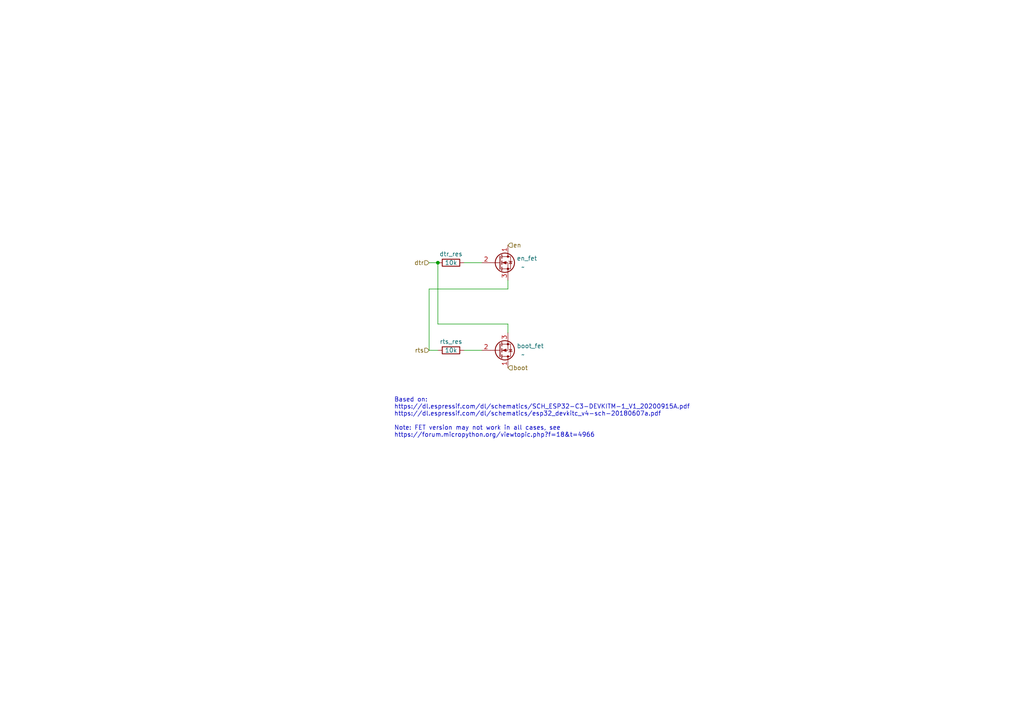
<source format=kicad_sch>
(kicad_sch (version 20211123) (generator eeschema)
  (paper "A4")
  (lib_symbols
    (symbol "Device:Q_NMOS_DGS" (pin_names (offset 0) hide)
      (property "Reference" "Q" (at 5.08 1.27 0))
      (property "Value" "Q_NMOS_DGS" (at 5.08 -1.27 0))
      (symbol "Q_NMOS_DGS_0_1"
        (polyline (pts (xy 0.254 0) (xy -2.54 0)))
        (polyline (pts (xy 0.254 1.905) (xy 0.254 -1.905)) (stroke (width 0.254)))
        (polyline (pts (xy 0.762 -1.27) (xy 0.762 -2.286)) (stroke (width 0.254)))
        (polyline (pts (xy 0.762 0.508) (xy 0.762 -0.508)) (stroke (width 0.254)))
        (polyline (pts (xy 0.762 2.286) (xy 0.762 1.27)) (stroke (width 0.254)))
        (polyline (pts (xy 2.54 2.54) (xy 2.54 1.778)))
        (polyline (pts (xy 2.54 -2.54) (xy 2.54 0) (xy 0.762 0)))
        (polyline (pts (xy 0.762 -1.778) (xy 3.302 -1.778) (xy 3.302 1.778) (xy 0.762 1.778)))
        (polyline (pts (xy 1.016 0) (xy 2.032 0.381) (xy 2.032 -0.381) (xy 1.016 0)) (fill (type outline)))
        (polyline (pts (xy 2.794 0.508) (xy 2.921 0.381) (xy 3.683 0.381) (xy 3.81 0.254)))
        (polyline (pts (xy 3.302 0.381) (xy 2.921 -0.254) (xy 3.683 -0.254) (xy 3.302 0.381)))
        (circle (center 1.651 0) (radius 2.794) (stroke (width 0.254)))
        (circle (center 2.54 -1.778) (radius 0.254) (fill (type outline)))
        (circle (center 2.54 1.778) (radius 0.254) (fill (type outline)))
      )
      (symbol "Q_NMOS_DGS_1_1"
        (pin passive line (at 2.54 5.08 270) (length 2.54) (name "D") (number "1"))
        (pin input line (at -5.08 0 0) (length 2.54) (name "G") (number "2"))
        (pin passive line (at 2.54 -5.08 90) (length 2.54) (name "S") (number "3"))
      )
    )
    (symbol "Device:R" (pin_numbers hide) (pin_names (offset 0))
      (property "Reference" "R" (at 2.032 0 90))
      (property "Value" "R" (at 0 0 90))
      (symbol "R_0_1"
        (rectangle (start -1.016 -2.54) (end 1.016 2.54) (stroke (width 0.254)))
      )
      (symbol "R_1_1"
        (pin passive line (at 0 3.81 270) (length 1.27) (name "~") (number "1"))
        (pin passive line (at 0 -3.81 90) (length 1.27) (name "~") (number "2"))
      )
    )
  )
  (junction (at 127 76.2))
  (wire (pts (xy 147.32 81.28) (xy 147.32 83.82)))
  (wire (pts (xy 127 93.98) (xy 147.32 93.98)))
  (wire (pts (xy 127 76.2) (xy 127 93.98)))
  (wire (pts (xy 134.62 76.2) (xy 139.7 76.2)))
  (wire (pts (xy 124.46 76.2) (xy 127 76.2)))
  (wire (pts (xy 124.46 83.82) (xy 124.46 101.6)))
  (wire (pts (xy 124.46 101.6) (xy 127 101.6)))
  (wire (pts (xy 147.32 83.82) (xy 124.46 83.82)))
  (wire (pts (xy 134.62 101.6) (xy 139.7 101.6)))
  (wire (pts (xy 147.32 93.98) (xy 147.32 96.52)))
  (text "Based on:\nhttps://dl.espressif.com/dl/schematics/SCH_ESP32-C3-DEVKITM-1_V1_20200915A.pdf\nhttps://dl.espressif.com/dl/schematics/esp32_devkitc_v4-sch-20180607a.pdf\n\nNote: FET version may not work in all cases, see\nhttps://forum.micropython.org/viewtopic.php?f=18&t=4966" (at 114.3 127 0) (effects (font (size 1.27 1.27)) (justify left bottom)))
  (hierarchical_label "dtr" (shape input) (at 124.46 76.2 180))
  (hierarchical_label "en" (shape input) (at 147.32 71.12 0))
  (hierarchical_label "boot" (shape input) (at 147.32 106.68 0))
  (hierarchical_label "rts" (shape input) (at 124.46 101.6 180))
  (symbol (lib_id "Device:Q_NMOS_DGS") (at 144.78 101.6 0) (mirror x) (unit 1)
    (property "Reference" "boot_fet" (at 149.86 100.33 0) (effects (justify left)))
    (property "Value" "~" (at 151.13 102.8699 0) (effects (justify left)))
  )
  (symbol (lib_id "Device:R") (at 130.81 76.2 90) (unit 1)
    (property "Reference" "dtr_res" (at 130.81 73.66 90))
    (property "Value" "10k" (at 130.81 76.2 90))
  )
  (symbol (lib_id "Device:R") (at 130.81 101.6 90) (unit 1)
    (property "Reference" "rts_res" (at 130.81 99.06 90))
    (property "Value" "10k" (at 130.81 101.6 90))
  )
  (symbol (lib_id "Device:Q_NMOS_DGS") (at 144.78 76.2 0) (unit 1)
    (property "Reference" "en_fet" (at 149.86 74.93 0) (effects (justify left)))
    (property "Value" "~" (at 151.13 77.4699 0) (effects (justify left)))
  )
)
</source>
